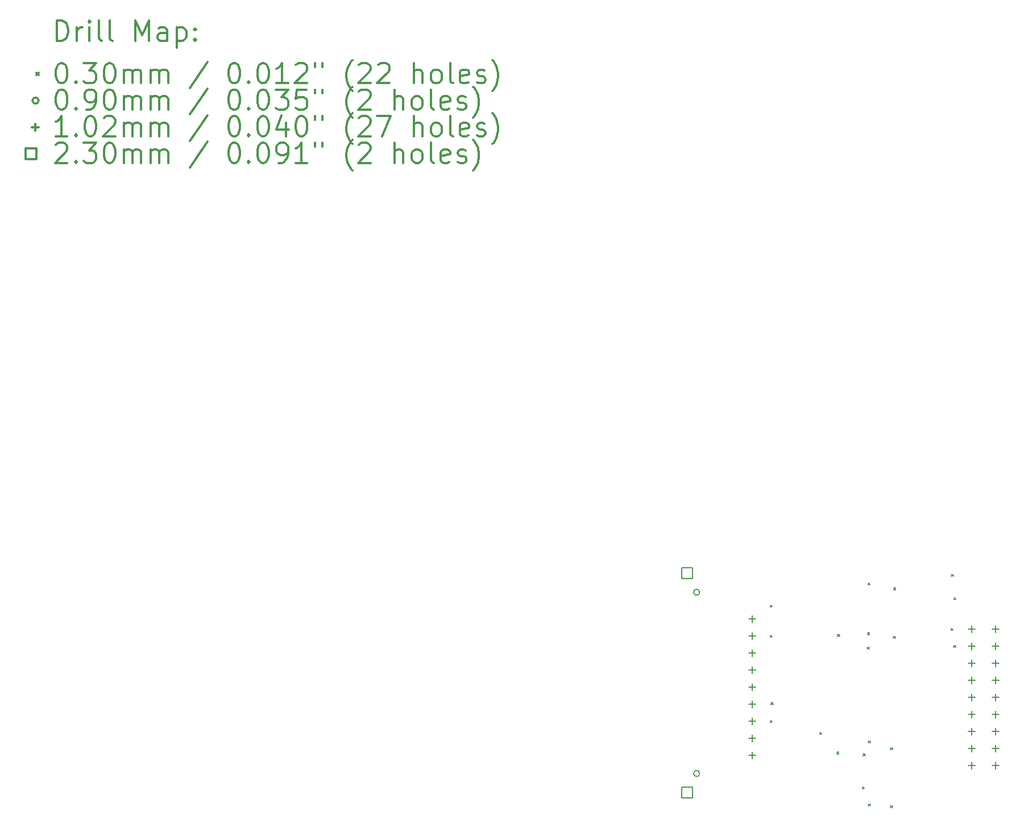
<source format=gbr>
%FSLAX45Y45*%
G04 Gerber Fmt 4.5, Leading zero omitted, Abs format (unit mm)*
G04 Created by KiCad (PCBNEW 4.0.6-e0-6349~53~ubuntu14.04.1) date Fri Oct 20 09:00:03 2017*
%MOMM*%
%LPD*%
G01*
G04 APERTURE LIST*
%ADD10C,0.127000*%
%ADD11C,0.200000*%
%ADD12C,0.300000*%
G04 APERTURE END LIST*
D10*
D11*
X10894300Y-10589500D02*
X10924300Y-10619500D01*
X10924300Y-10589500D02*
X10894300Y-10619500D01*
X10896000Y-8873000D02*
X10926000Y-8903000D01*
X10926000Y-8873000D02*
X10896000Y-8903000D01*
X10896000Y-9319500D02*
X10926000Y-9349500D01*
X10926000Y-9319500D02*
X10896000Y-9349500D01*
X10907000Y-10322800D02*
X10937000Y-10352800D01*
X10937000Y-10322800D02*
X10907000Y-10352800D01*
X11630900Y-10767300D02*
X11660900Y-10797300D01*
X11660900Y-10767300D02*
X11630900Y-10797300D01*
X11884900Y-11059400D02*
X11914900Y-11089400D01*
X11914900Y-11059400D02*
X11884900Y-11089400D01*
X11897600Y-9306800D02*
X11927600Y-9336800D01*
X11927600Y-9306800D02*
X11897600Y-9336800D01*
X12265900Y-11580100D02*
X12295900Y-11610100D01*
X12295900Y-11580100D02*
X12265900Y-11610100D01*
X12278600Y-11084800D02*
X12308600Y-11114800D01*
X12308600Y-11084800D02*
X12278600Y-11114800D01*
X12338000Y-9499000D02*
X12368000Y-9529000D01*
X12368000Y-9499000D02*
X12338000Y-9529000D01*
X12342100Y-9281400D02*
X12372100Y-9311400D01*
X12372100Y-9281400D02*
X12342100Y-9311400D01*
X12351000Y-8540000D02*
X12381000Y-8570000D01*
X12381000Y-8540000D02*
X12351000Y-8570000D01*
X12354800Y-10894300D02*
X12384800Y-10924300D01*
X12384800Y-10894300D02*
X12354800Y-10924300D01*
X12354800Y-11834100D02*
X12384800Y-11864100D01*
X12384800Y-11834100D02*
X12354800Y-11864100D01*
X12685000Y-10995900D02*
X12715000Y-11025900D01*
X12715000Y-10995900D02*
X12685000Y-11025900D01*
X12685000Y-11859500D02*
X12715000Y-11889500D01*
X12715000Y-11859500D02*
X12685000Y-11889500D01*
X12730000Y-9339000D02*
X12760000Y-9369000D01*
X12760000Y-9339000D02*
X12730000Y-9369000D01*
X12731000Y-8616000D02*
X12761000Y-8646000D01*
X12761000Y-8616000D02*
X12731000Y-8646000D01*
X13586700Y-9217900D02*
X13616700Y-9247900D01*
X13616700Y-9217900D02*
X13586700Y-9247900D01*
X13592000Y-8414000D02*
X13622000Y-8444000D01*
X13622000Y-8414000D02*
X13592000Y-8444000D01*
X13625000Y-9472000D02*
X13655000Y-9502000D01*
X13655000Y-9472000D02*
X13625000Y-9502000D01*
X13629000Y-8763000D02*
X13659000Y-8793000D01*
X13659000Y-8763000D02*
X13629000Y-8793000D01*
X9843700Y-8681300D02*
G75*
G03X9843700Y-8681300I-45000J0D01*
G01*
X9843700Y-11381300D02*
G75*
G03X9843700Y-11381300I-45000J0D01*
G01*
X10629900Y-9029700D02*
X10629900Y-9131300D01*
X10579100Y-9080500D02*
X10680700Y-9080500D01*
X10629900Y-9283700D02*
X10629900Y-9385300D01*
X10579100Y-9334500D02*
X10680700Y-9334500D01*
X10629900Y-9537700D02*
X10629900Y-9639300D01*
X10579100Y-9588500D02*
X10680700Y-9588500D01*
X10629900Y-9791700D02*
X10629900Y-9893300D01*
X10579100Y-9842500D02*
X10680700Y-9842500D01*
X10629900Y-10045700D02*
X10629900Y-10147300D01*
X10579100Y-10096500D02*
X10680700Y-10096500D01*
X10629900Y-10299700D02*
X10629900Y-10401300D01*
X10579100Y-10350500D02*
X10680700Y-10350500D01*
X10629900Y-10553700D02*
X10629900Y-10655300D01*
X10579100Y-10604500D02*
X10680700Y-10604500D01*
X10629900Y-10807700D02*
X10629900Y-10909300D01*
X10579100Y-10858500D02*
X10680700Y-10858500D01*
X10629900Y-11061700D02*
X10629900Y-11163300D01*
X10579100Y-11112500D02*
X10680700Y-11112500D01*
X13893800Y-9182100D02*
X13893800Y-9283700D01*
X13843000Y-9232900D02*
X13944600Y-9232900D01*
X13893800Y-9436100D02*
X13893800Y-9537700D01*
X13843000Y-9486900D02*
X13944600Y-9486900D01*
X13893800Y-9690100D02*
X13893800Y-9791700D01*
X13843000Y-9740900D02*
X13944600Y-9740900D01*
X13893800Y-9944100D02*
X13893800Y-10045700D01*
X13843000Y-9994900D02*
X13944600Y-9994900D01*
X13893800Y-10198100D02*
X13893800Y-10299700D01*
X13843000Y-10248900D02*
X13944600Y-10248900D01*
X13893800Y-10452100D02*
X13893800Y-10553700D01*
X13843000Y-10502900D02*
X13944600Y-10502900D01*
X13893800Y-10706100D02*
X13893800Y-10807700D01*
X13843000Y-10756900D02*
X13944600Y-10756900D01*
X13893800Y-10960100D02*
X13893800Y-11061700D01*
X13843000Y-11010900D02*
X13944600Y-11010900D01*
X13893800Y-11214100D02*
X13893800Y-11315700D01*
X13843000Y-11264900D02*
X13944600Y-11264900D01*
X14249400Y-9182100D02*
X14249400Y-9283700D01*
X14198600Y-9232900D02*
X14300200Y-9232900D01*
X14249400Y-9436100D02*
X14249400Y-9537700D01*
X14198600Y-9486900D02*
X14300200Y-9486900D01*
X14249400Y-9690100D02*
X14249400Y-9791700D01*
X14198600Y-9740900D02*
X14300200Y-9740900D01*
X14249400Y-9944100D02*
X14249400Y-10045700D01*
X14198600Y-9994900D02*
X14300200Y-9994900D01*
X14249400Y-10198100D02*
X14249400Y-10299700D01*
X14198600Y-10248900D02*
X14300200Y-10248900D01*
X14249400Y-10452100D02*
X14249400Y-10553700D01*
X14198600Y-10502900D02*
X14300200Y-10502900D01*
X14249400Y-10706100D02*
X14249400Y-10807700D01*
X14198600Y-10756900D02*
X14300200Y-10756900D01*
X14249400Y-10960100D02*
X14249400Y-11061700D01*
X14198600Y-11010900D02*
X14300200Y-11010900D01*
X14249400Y-11214100D02*
X14249400Y-11315700D01*
X14198600Y-11264900D02*
X14300200Y-11264900D01*
X9740018Y-8477618D02*
X9740018Y-8314982D01*
X9577382Y-8314982D01*
X9577382Y-8477618D01*
X9740018Y-8477618D01*
X9740018Y-11747618D02*
X9740018Y-11584982D01*
X9577382Y-11584982D01*
X9577382Y-11747618D01*
X9740018Y-11747618D01*
D12*
X271429Y-465714D02*
X271429Y-165714D01*
X342857Y-165714D01*
X385714Y-180000D01*
X414286Y-208571D01*
X428571Y-237143D01*
X442857Y-294286D01*
X442857Y-337143D01*
X428571Y-394286D01*
X414286Y-422857D01*
X385714Y-451429D01*
X342857Y-465714D01*
X271429Y-465714D01*
X571429Y-465714D02*
X571429Y-265714D01*
X571429Y-322857D02*
X585714Y-294286D01*
X600000Y-280000D01*
X628571Y-265714D01*
X657143Y-265714D01*
X757143Y-465714D02*
X757143Y-265714D01*
X757143Y-165714D02*
X742857Y-180000D01*
X757143Y-194286D01*
X771429Y-180000D01*
X757143Y-165714D01*
X757143Y-194286D01*
X942857Y-465714D02*
X914286Y-451429D01*
X900000Y-422857D01*
X900000Y-165714D01*
X1100000Y-465714D02*
X1071429Y-451429D01*
X1057143Y-422857D01*
X1057143Y-165714D01*
X1442857Y-465714D02*
X1442857Y-165714D01*
X1542857Y-380000D01*
X1642857Y-165714D01*
X1642857Y-465714D01*
X1914286Y-465714D02*
X1914286Y-308571D01*
X1900000Y-280000D01*
X1871429Y-265714D01*
X1814286Y-265714D01*
X1785714Y-280000D01*
X1914286Y-451429D02*
X1885714Y-465714D01*
X1814286Y-465714D01*
X1785714Y-451429D01*
X1771429Y-422857D01*
X1771429Y-394286D01*
X1785714Y-365714D01*
X1814286Y-351429D01*
X1885714Y-351429D01*
X1914286Y-337143D01*
X2057143Y-265714D02*
X2057143Y-565714D01*
X2057143Y-280000D02*
X2085714Y-265714D01*
X2142857Y-265714D01*
X2171429Y-280000D01*
X2185714Y-294286D01*
X2200000Y-322857D01*
X2200000Y-408571D01*
X2185714Y-437143D01*
X2171429Y-451429D01*
X2142857Y-465714D01*
X2085714Y-465714D01*
X2057143Y-451429D01*
X2328572Y-437143D02*
X2342857Y-451429D01*
X2328572Y-465714D01*
X2314286Y-451429D01*
X2328572Y-437143D01*
X2328572Y-465714D01*
X2328572Y-280000D02*
X2342857Y-294286D01*
X2328572Y-308571D01*
X2314286Y-294286D01*
X2328572Y-280000D01*
X2328572Y-308571D01*
X-30000Y-945000D02*
X0Y-975000D01*
X0Y-945000D02*
X-30000Y-975000D01*
X328571Y-795714D02*
X357143Y-795714D01*
X385714Y-810000D01*
X400000Y-824286D01*
X414286Y-852857D01*
X428571Y-910000D01*
X428571Y-981429D01*
X414286Y-1038571D01*
X400000Y-1067143D01*
X385714Y-1081429D01*
X357143Y-1095714D01*
X328571Y-1095714D01*
X300000Y-1081429D01*
X285714Y-1067143D01*
X271429Y-1038571D01*
X257143Y-981429D01*
X257143Y-910000D01*
X271429Y-852857D01*
X285714Y-824286D01*
X300000Y-810000D01*
X328571Y-795714D01*
X557143Y-1067143D02*
X571429Y-1081429D01*
X557143Y-1095714D01*
X542857Y-1081429D01*
X557143Y-1067143D01*
X557143Y-1095714D01*
X671429Y-795714D02*
X857143Y-795714D01*
X757143Y-910000D01*
X800000Y-910000D01*
X828571Y-924286D01*
X842857Y-938571D01*
X857143Y-967143D01*
X857143Y-1038571D01*
X842857Y-1067143D01*
X828571Y-1081429D01*
X800000Y-1095714D01*
X714286Y-1095714D01*
X685714Y-1081429D01*
X671429Y-1067143D01*
X1042857Y-795714D02*
X1071429Y-795714D01*
X1100000Y-810000D01*
X1114286Y-824286D01*
X1128571Y-852857D01*
X1142857Y-910000D01*
X1142857Y-981429D01*
X1128571Y-1038571D01*
X1114286Y-1067143D01*
X1100000Y-1081429D01*
X1071429Y-1095714D01*
X1042857Y-1095714D01*
X1014286Y-1081429D01*
X1000000Y-1067143D01*
X985714Y-1038571D01*
X971429Y-981429D01*
X971429Y-910000D01*
X985714Y-852857D01*
X1000000Y-824286D01*
X1014286Y-810000D01*
X1042857Y-795714D01*
X1271429Y-1095714D02*
X1271429Y-895714D01*
X1271429Y-924286D02*
X1285714Y-910000D01*
X1314286Y-895714D01*
X1357143Y-895714D01*
X1385714Y-910000D01*
X1400000Y-938571D01*
X1400000Y-1095714D01*
X1400000Y-938571D02*
X1414286Y-910000D01*
X1442857Y-895714D01*
X1485714Y-895714D01*
X1514286Y-910000D01*
X1528571Y-938571D01*
X1528571Y-1095714D01*
X1671429Y-1095714D02*
X1671429Y-895714D01*
X1671429Y-924286D02*
X1685714Y-910000D01*
X1714286Y-895714D01*
X1757143Y-895714D01*
X1785714Y-910000D01*
X1800000Y-938571D01*
X1800000Y-1095714D01*
X1800000Y-938571D02*
X1814286Y-910000D01*
X1842857Y-895714D01*
X1885714Y-895714D01*
X1914286Y-910000D01*
X1928571Y-938571D01*
X1928571Y-1095714D01*
X2514286Y-781429D02*
X2257143Y-1167143D01*
X2900000Y-795714D02*
X2928571Y-795714D01*
X2957143Y-810000D01*
X2971428Y-824286D01*
X2985714Y-852857D01*
X3000000Y-910000D01*
X3000000Y-981429D01*
X2985714Y-1038571D01*
X2971428Y-1067143D01*
X2957143Y-1081429D01*
X2928571Y-1095714D01*
X2900000Y-1095714D01*
X2871428Y-1081429D01*
X2857143Y-1067143D01*
X2842857Y-1038571D01*
X2828571Y-981429D01*
X2828571Y-910000D01*
X2842857Y-852857D01*
X2857143Y-824286D01*
X2871428Y-810000D01*
X2900000Y-795714D01*
X3128571Y-1067143D02*
X3142857Y-1081429D01*
X3128571Y-1095714D01*
X3114286Y-1081429D01*
X3128571Y-1067143D01*
X3128571Y-1095714D01*
X3328571Y-795714D02*
X3357143Y-795714D01*
X3385714Y-810000D01*
X3400000Y-824286D01*
X3414286Y-852857D01*
X3428571Y-910000D01*
X3428571Y-981429D01*
X3414286Y-1038571D01*
X3400000Y-1067143D01*
X3385714Y-1081429D01*
X3357143Y-1095714D01*
X3328571Y-1095714D01*
X3300000Y-1081429D01*
X3285714Y-1067143D01*
X3271428Y-1038571D01*
X3257143Y-981429D01*
X3257143Y-910000D01*
X3271428Y-852857D01*
X3285714Y-824286D01*
X3300000Y-810000D01*
X3328571Y-795714D01*
X3714286Y-1095714D02*
X3542857Y-1095714D01*
X3628571Y-1095714D02*
X3628571Y-795714D01*
X3600000Y-838571D01*
X3571428Y-867143D01*
X3542857Y-881429D01*
X3828571Y-824286D02*
X3842857Y-810000D01*
X3871428Y-795714D01*
X3942857Y-795714D01*
X3971428Y-810000D01*
X3985714Y-824286D01*
X4000000Y-852857D01*
X4000000Y-881429D01*
X3985714Y-924286D01*
X3814286Y-1095714D01*
X4000000Y-1095714D01*
X4114286Y-795714D02*
X4114286Y-852857D01*
X4228571Y-795714D02*
X4228571Y-852857D01*
X4671429Y-1210000D02*
X4657143Y-1195714D01*
X4628571Y-1152857D01*
X4614286Y-1124286D01*
X4600000Y-1081429D01*
X4585714Y-1010000D01*
X4585714Y-952857D01*
X4600000Y-881429D01*
X4614286Y-838571D01*
X4628571Y-810000D01*
X4657143Y-767143D01*
X4671429Y-752857D01*
X4771429Y-824286D02*
X4785714Y-810000D01*
X4814286Y-795714D01*
X4885714Y-795714D01*
X4914286Y-810000D01*
X4928571Y-824286D01*
X4942857Y-852857D01*
X4942857Y-881429D01*
X4928571Y-924286D01*
X4757143Y-1095714D01*
X4942857Y-1095714D01*
X5057143Y-824286D02*
X5071429Y-810000D01*
X5100000Y-795714D01*
X5171429Y-795714D01*
X5200000Y-810000D01*
X5214286Y-824286D01*
X5228571Y-852857D01*
X5228571Y-881429D01*
X5214286Y-924286D01*
X5042857Y-1095714D01*
X5228571Y-1095714D01*
X5585714Y-1095714D02*
X5585714Y-795714D01*
X5714286Y-1095714D02*
X5714286Y-938571D01*
X5700000Y-910000D01*
X5671428Y-895714D01*
X5628571Y-895714D01*
X5600000Y-910000D01*
X5585714Y-924286D01*
X5900000Y-1095714D02*
X5871428Y-1081429D01*
X5857143Y-1067143D01*
X5842857Y-1038571D01*
X5842857Y-952857D01*
X5857143Y-924286D01*
X5871428Y-910000D01*
X5900000Y-895714D01*
X5942857Y-895714D01*
X5971428Y-910000D01*
X5985714Y-924286D01*
X6000000Y-952857D01*
X6000000Y-1038571D01*
X5985714Y-1067143D01*
X5971428Y-1081429D01*
X5942857Y-1095714D01*
X5900000Y-1095714D01*
X6171428Y-1095714D02*
X6142857Y-1081429D01*
X6128571Y-1052857D01*
X6128571Y-795714D01*
X6400000Y-1081429D02*
X6371429Y-1095714D01*
X6314286Y-1095714D01*
X6285714Y-1081429D01*
X6271429Y-1052857D01*
X6271429Y-938571D01*
X6285714Y-910000D01*
X6314286Y-895714D01*
X6371429Y-895714D01*
X6400000Y-910000D01*
X6414286Y-938571D01*
X6414286Y-967143D01*
X6271429Y-995714D01*
X6528571Y-1081429D02*
X6557143Y-1095714D01*
X6614286Y-1095714D01*
X6642857Y-1081429D01*
X6657143Y-1052857D01*
X6657143Y-1038571D01*
X6642857Y-1010000D01*
X6614286Y-995714D01*
X6571429Y-995714D01*
X6542857Y-981429D01*
X6528571Y-952857D01*
X6528571Y-938571D01*
X6542857Y-910000D01*
X6571429Y-895714D01*
X6614286Y-895714D01*
X6642857Y-910000D01*
X6757143Y-1210000D02*
X6771429Y-1195714D01*
X6800000Y-1152857D01*
X6814286Y-1124286D01*
X6828571Y-1081429D01*
X6842857Y-1010000D01*
X6842857Y-952857D01*
X6828571Y-881429D01*
X6814286Y-838571D01*
X6800000Y-810000D01*
X6771429Y-767143D01*
X6757143Y-752857D01*
X0Y-1356000D02*
G75*
G03X0Y-1356000I-45000J0D01*
G01*
X328571Y-1191714D02*
X357143Y-1191714D01*
X385714Y-1206000D01*
X400000Y-1220286D01*
X414286Y-1248857D01*
X428571Y-1306000D01*
X428571Y-1377429D01*
X414286Y-1434571D01*
X400000Y-1463143D01*
X385714Y-1477429D01*
X357143Y-1491714D01*
X328571Y-1491714D01*
X300000Y-1477429D01*
X285714Y-1463143D01*
X271429Y-1434571D01*
X257143Y-1377429D01*
X257143Y-1306000D01*
X271429Y-1248857D01*
X285714Y-1220286D01*
X300000Y-1206000D01*
X328571Y-1191714D01*
X557143Y-1463143D02*
X571429Y-1477429D01*
X557143Y-1491714D01*
X542857Y-1477429D01*
X557143Y-1463143D01*
X557143Y-1491714D01*
X714286Y-1491714D02*
X771428Y-1491714D01*
X800000Y-1477429D01*
X814286Y-1463143D01*
X842857Y-1420286D01*
X857143Y-1363143D01*
X857143Y-1248857D01*
X842857Y-1220286D01*
X828571Y-1206000D01*
X800000Y-1191714D01*
X742857Y-1191714D01*
X714286Y-1206000D01*
X700000Y-1220286D01*
X685714Y-1248857D01*
X685714Y-1320286D01*
X700000Y-1348857D01*
X714286Y-1363143D01*
X742857Y-1377429D01*
X800000Y-1377429D01*
X828571Y-1363143D01*
X842857Y-1348857D01*
X857143Y-1320286D01*
X1042857Y-1191714D02*
X1071429Y-1191714D01*
X1100000Y-1206000D01*
X1114286Y-1220286D01*
X1128571Y-1248857D01*
X1142857Y-1306000D01*
X1142857Y-1377429D01*
X1128571Y-1434571D01*
X1114286Y-1463143D01*
X1100000Y-1477429D01*
X1071429Y-1491714D01*
X1042857Y-1491714D01*
X1014286Y-1477429D01*
X1000000Y-1463143D01*
X985714Y-1434571D01*
X971429Y-1377429D01*
X971429Y-1306000D01*
X985714Y-1248857D01*
X1000000Y-1220286D01*
X1014286Y-1206000D01*
X1042857Y-1191714D01*
X1271429Y-1491714D02*
X1271429Y-1291714D01*
X1271429Y-1320286D02*
X1285714Y-1306000D01*
X1314286Y-1291714D01*
X1357143Y-1291714D01*
X1385714Y-1306000D01*
X1400000Y-1334571D01*
X1400000Y-1491714D01*
X1400000Y-1334571D02*
X1414286Y-1306000D01*
X1442857Y-1291714D01*
X1485714Y-1291714D01*
X1514286Y-1306000D01*
X1528571Y-1334571D01*
X1528571Y-1491714D01*
X1671429Y-1491714D02*
X1671429Y-1291714D01*
X1671429Y-1320286D02*
X1685714Y-1306000D01*
X1714286Y-1291714D01*
X1757143Y-1291714D01*
X1785714Y-1306000D01*
X1800000Y-1334571D01*
X1800000Y-1491714D01*
X1800000Y-1334571D02*
X1814286Y-1306000D01*
X1842857Y-1291714D01*
X1885714Y-1291714D01*
X1914286Y-1306000D01*
X1928571Y-1334571D01*
X1928571Y-1491714D01*
X2514286Y-1177429D02*
X2257143Y-1563143D01*
X2900000Y-1191714D02*
X2928571Y-1191714D01*
X2957143Y-1206000D01*
X2971428Y-1220286D01*
X2985714Y-1248857D01*
X3000000Y-1306000D01*
X3000000Y-1377429D01*
X2985714Y-1434571D01*
X2971428Y-1463143D01*
X2957143Y-1477429D01*
X2928571Y-1491714D01*
X2900000Y-1491714D01*
X2871428Y-1477429D01*
X2857143Y-1463143D01*
X2842857Y-1434571D01*
X2828571Y-1377429D01*
X2828571Y-1306000D01*
X2842857Y-1248857D01*
X2857143Y-1220286D01*
X2871428Y-1206000D01*
X2900000Y-1191714D01*
X3128571Y-1463143D02*
X3142857Y-1477429D01*
X3128571Y-1491714D01*
X3114286Y-1477429D01*
X3128571Y-1463143D01*
X3128571Y-1491714D01*
X3328571Y-1191714D02*
X3357143Y-1191714D01*
X3385714Y-1206000D01*
X3400000Y-1220286D01*
X3414286Y-1248857D01*
X3428571Y-1306000D01*
X3428571Y-1377429D01*
X3414286Y-1434571D01*
X3400000Y-1463143D01*
X3385714Y-1477429D01*
X3357143Y-1491714D01*
X3328571Y-1491714D01*
X3300000Y-1477429D01*
X3285714Y-1463143D01*
X3271428Y-1434571D01*
X3257143Y-1377429D01*
X3257143Y-1306000D01*
X3271428Y-1248857D01*
X3285714Y-1220286D01*
X3300000Y-1206000D01*
X3328571Y-1191714D01*
X3528571Y-1191714D02*
X3714286Y-1191714D01*
X3614286Y-1306000D01*
X3657143Y-1306000D01*
X3685714Y-1320286D01*
X3700000Y-1334571D01*
X3714286Y-1363143D01*
X3714286Y-1434571D01*
X3700000Y-1463143D01*
X3685714Y-1477429D01*
X3657143Y-1491714D01*
X3571428Y-1491714D01*
X3542857Y-1477429D01*
X3528571Y-1463143D01*
X3985714Y-1191714D02*
X3842857Y-1191714D01*
X3828571Y-1334571D01*
X3842857Y-1320286D01*
X3871428Y-1306000D01*
X3942857Y-1306000D01*
X3971428Y-1320286D01*
X3985714Y-1334571D01*
X4000000Y-1363143D01*
X4000000Y-1434571D01*
X3985714Y-1463143D01*
X3971428Y-1477429D01*
X3942857Y-1491714D01*
X3871428Y-1491714D01*
X3842857Y-1477429D01*
X3828571Y-1463143D01*
X4114286Y-1191714D02*
X4114286Y-1248857D01*
X4228571Y-1191714D02*
X4228571Y-1248857D01*
X4671429Y-1606000D02*
X4657143Y-1591714D01*
X4628571Y-1548857D01*
X4614286Y-1520286D01*
X4600000Y-1477429D01*
X4585714Y-1406000D01*
X4585714Y-1348857D01*
X4600000Y-1277429D01*
X4614286Y-1234571D01*
X4628571Y-1206000D01*
X4657143Y-1163143D01*
X4671429Y-1148857D01*
X4771429Y-1220286D02*
X4785714Y-1206000D01*
X4814286Y-1191714D01*
X4885714Y-1191714D01*
X4914286Y-1206000D01*
X4928571Y-1220286D01*
X4942857Y-1248857D01*
X4942857Y-1277429D01*
X4928571Y-1320286D01*
X4757143Y-1491714D01*
X4942857Y-1491714D01*
X5300000Y-1491714D02*
X5300000Y-1191714D01*
X5428571Y-1491714D02*
X5428571Y-1334571D01*
X5414286Y-1306000D01*
X5385714Y-1291714D01*
X5342857Y-1291714D01*
X5314286Y-1306000D01*
X5300000Y-1320286D01*
X5614286Y-1491714D02*
X5585714Y-1477429D01*
X5571429Y-1463143D01*
X5557143Y-1434571D01*
X5557143Y-1348857D01*
X5571429Y-1320286D01*
X5585714Y-1306000D01*
X5614286Y-1291714D01*
X5657143Y-1291714D01*
X5685714Y-1306000D01*
X5700000Y-1320286D01*
X5714286Y-1348857D01*
X5714286Y-1434571D01*
X5700000Y-1463143D01*
X5685714Y-1477429D01*
X5657143Y-1491714D01*
X5614286Y-1491714D01*
X5885714Y-1491714D02*
X5857143Y-1477429D01*
X5842857Y-1448857D01*
X5842857Y-1191714D01*
X6114286Y-1477429D02*
X6085714Y-1491714D01*
X6028571Y-1491714D01*
X6000000Y-1477429D01*
X5985714Y-1448857D01*
X5985714Y-1334571D01*
X6000000Y-1306000D01*
X6028571Y-1291714D01*
X6085714Y-1291714D01*
X6114286Y-1306000D01*
X6128571Y-1334571D01*
X6128571Y-1363143D01*
X5985714Y-1391714D01*
X6242857Y-1477429D02*
X6271429Y-1491714D01*
X6328571Y-1491714D01*
X6357143Y-1477429D01*
X6371429Y-1448857D01*
X6371429Y-1434571D01*
X6357143Y-1406000D01*
X6328571Y-1391714D01*
X6285714Y-1391714D01*
X6257143Y-1377429D01*
X6242857Y-1348857D01*
X6242857Y-1334571D01*
X6257143Y-1306000D01*
X6285714Y-1291714D01*
X6328571Y-1291714D01*
X6357143Y-1306000D01*
X6471428Y-1606000D02*
X6485714Y-1591714D01*
X6514286Y-1548857D01*
X6528571Y-1520286D01*
X6542857Y-1477429D01*
X6557143Y-1406000D01*
X6557143Y-1348857D01*
X6542857Y-1277429D01*
X6528571Y-1234571D01*
X6514286Y-1206000D01*
X6485714Y-1163143D01*
X6471428Y-1148857D01*
X-50800Y-1701200D02*
X-50800Y-1802800D01*
X-101600Y-1752000D02*
X0Y-1752000D01*
X428571Y-1887714D02*
X257143Y-1887714D01*
X342857Y-1887714D02*
X342857Y-1587714D01*
X314286Y-1630571D01*
X285714Y-1659143D01*
X257143Y-1673429D01*
X557143Y-1859143D02*
X571429Y-1873429D01*
X557143Y-1887714D01*
X542857Y-1873429D01*
X557143Y-1859143D01*
X557143Y-1887714D01*
X757143Y-1587714D02*
X785714Y-1587714D01*
X814286Y-1602000D01*
X828571Y-1616286D01*
X842857Y-1644857D01*
X857143Y-1702000D01*
X857143Y-1773429D01*
X842857Y-1830571D01*
X828571Y-1859143D01*
X814286Y-1873429D01*
X785714Y-1887714D01*
X757143Y-1887714D01*
X728571Y-1873429D01*
X714286Y-1859143D01*
X700000Y-1830571D01*
X685714Y-1773429D01*
X685714Y-1702000D01*
X700000Y-1644857D01*
X714286Y-1616286D01*
X728571Y-1602000D01*
X757143Y-1587714D01*
X971429Y-1616286D02*
X985714Y-1602000D01*
X1014286Y-1587714D01*
X1085714Y-1587714D01*
X1114286Y-1602000D01*
X1128571Y-1616286D01*
X1142857Y-1644857D01*
X1142857Y-1673429D01*
X1128571Y-1716286D01*
X957143Y-1887714D01*
X1142857Y-1887714D01*
X1271429Y-1887714D02*
X1271429Y-1687714D01*
X1271429Y-1716286D02*
X1285714Y-1702000D01*
X1314286Y-1687714D01*
X1357143Y-1687714D01*
X1385714Y-1702000D01*
X1400000Y-1730571D01*
X1400000Y-1887714D01*
X1400000Y-1730571D02*
X1414286Y-1702000D01*
X1442857Y-1687714D01*
X1485714Y-1687714D01*
X1514286Y-1702000D01*
X1528571Y-1730571D01*
X1528571Y-1887714D01*
X1671429Y-1887714D02*
X1671429Y-1687714D01*
X1671429Y-1716286D02*
X1685714Y-1702000D01*
X1714286Y-1687714D01*
X1757143Y-1687714D01*
X1785714Y-1702000D01*
X1800000Y-1730571D01*
X1800000Y-1887714D01*
X1800000Y-1730571D02*
X1814286Y-1702000D01*
X1842857Y-1687714D01*
X1885714Y-1687714D01*
X1914286Y-1702000D01*
X1928571Y-1730571D01*
X1928571Y-1887714D01*
X2514286Y-1573429D02*
X2257143Y-1959143D01*
X2900000Y-1587714D02*
X2928571Y-1587714D01*
X2957143Y-1602000D01*
X2971428Y-1616286D01*
X2985714Y-1644857D01*
X3000000Y-1702000D01*
X3000000Y-1773429D01*
X2985714Y-1830571D01*
X2971428Y-1859143D01*
X2957143Y-1873429D01*
X2928571Y-1887714D01*
X2900000Y-1887714D01*
X2871428Y-1873429D01*
X2857143Y-1859143D01*
X2842857Y-1830571D01*
X2828571Y-1773429D01*
X2828571Y-1702000D01*
X2842857Y-1644857D01*
X2857143Y-1616286D01*
X2871428Y-1602000D01*
X2900000Y-1587714D01*
X3128571Y-1859143D02*
X3142857Y-1873429D01*
X3128571Y-1887714D01*
X3114286Y-1873429D01*
X3128571Y-1859143D01*
X3128571Y-1887714D01*
X3328571Y-1587714D02*
X3357143Y-1587714D01*
X3385714Y-1602000D01*
X3400000Y-1616286D01*
X3414286Y-1644857D01*
X3428571Y-1702000D01*
X3428571Y-1773429D01*
X3414286Y-1830571D01*
X3400000Y-1859143D01*
X3385714Y-1873429D01*
X3357143Y-1887714D01*
X3328571Y-1887714D01*
X3300000Y-1873429D01*
X3285714Y-1859143D01*
X3271428Y-1830571D01*
X3257143Y-1773429D01*
X3257143Y-1702000D01*
X3271428Y-1644857D01*
X3285714Y-1616286D01*
X3300000Y-1602000D01*
X3328571Y-1587714D01*
X3685714Y-1687714D02*
X3685714Y-1887714D01*
X3614286Y-1573429D02*
X3542857Y-1787714D01*
X3728571Y-1787714D01*
X3900000Y-1587714D02*
X3928571Y-1587714D01*
X3957143Y-1602000D01*
X3971428Y-1616286D01*
X3985714Y-1644857D01*
X4000000Y-1702000D01*
X4000000Y-1773429D01*
X3985714Y-1830571D01*
X3971428Y-1859143D01*
X3957143Y-1873429D01*
X3928571Y-1887714D01*
X3900000Y-1887714D01*
X3871428Y-1873429D01*
X3857143Y-1859143D01*
X3842857Y-1830571D01*
X3828571Y-1773429D01*
X3828571Y-1702000D01*
X3842857Y-1644857D01*
X3857143Y-1616286D01*
X3871428Y-1602000D01*
X3900000Y-1587714D01*
X4114286Y-1587714D02*
X4114286Y-1644857D01*
X4228571Y-1587714D02*
X4228571Y-1644857D01*
X4671429Y-2002000D02*
X4657143Y-1987714D01*
X4628571Y-1944857D01*
X4614286Y-1916286D01*
X4600000Y-1873429D01*
X4585714Y-1802000D01*
X4585714Y-1744857D01*
X4600000Y-1673429D01*
X4614286Y-1630571D01*
X4628571Y-1602000D01*
X4657143Y-1559143D01*
X4671429Y-1544857D01*
X4771429Y-1616286D02*
X4785714Y-1602000D01*
X4814286Y-1587714D01*
X4885714Y-1587714D01*
X4914286Y-1602000D01*
X4928571Y-1616286D01*
X4942857Y-1644857D01*
X4942857Y-1673429D01*
X4928571Y-1716286D01*
X4757143Y-1887714D01*
X4942857Y-1887714D01*
X5042857Y-1587714D02*
X5242857Y-1587714D01*
X5114286Y-1887714D01*
X5585714Y-1887714D02*
X5585714Y-1587714D01*
X5714286Y-1887714D02*
X5714286Y-1730571D01*
X5700000Y-1702000D01*
X5671428Y-1687714D01*
X5628571Y-1687714D01*
X5600000Y-1702000D01*
X5585714Y-1716286D01*
X5900000Y-1887714D02*
X5871428Y-1873429D01*
X5857143Y-1859143D01*
X5842857Y-1830571D01*
X5842857Y-1744857D01*
X5857143Y-1716286D01*
X5871428Y-1702000D01*
X5900000Y-1687714D01*
X5942857Y-1687714D01*
X5971428Y-1702000D01*
X5985714Y-1716286D01*
X6000000Y-1744857D01*
X6000000Y-1830571D01*
X5985714Y-1859143D01*
X5971428Y-1873429D01*
X5942857Y-1887714D01*
X5900000Y-1887714D01*
X6171428Y-1887714D02*
X6142857Y-1873429D01*
X6128571Y-1844857D01*
X6128571Y-1587714D01*
X6400000Y-1873429D02*
X6371429Y-1887714D01*
X6314286Y-1887714D01*
X6285714Y-1873429D01*
X6271429Y-1844857D01*
X6271429Y-1730571D01*
X6285714Y-1702000D01*
X6314286Y-1687714D01*
X6371429Y-1687714D01*
X6400000Y-1702000D01*
X6414286Y-1730571D01*
X6414286Y-1759143D01*
X6271429Y-1787714D01*
X6528571Y-1873429D02*
X6557143Y-1887714D01*
X6614286Y-1887714D01*
X6642857Y-1873429D01*
X6657143Y-1844857D01*
X6657143Y-1830571D01*
X6642857Y-1802000D01*
X6614286Y-1787714D01*
X6571429Y-1787714D01*
X6542857Y-1773429D01*
X6528571Y-1744857D01*
X6528571Y-1730571D01*
X6542857Y-1702000D01*
X6571429Y-1687714D01*
X6614286Y-1687714D01*
X6642857Y-1702000D01*
X6757143Y-2002000D02*
X6771429Y-1987714D01*
X6800000Y-1944857D01*
X6814286Y-1916286D01*
X6828571Y-1873429D01*
X6842857Y-1802000D01*
X6842857Y-1744857D01*
X6828571Y-1673429D01*
X6814286Y-1630571D01*
X6800000Y-1602000D01*
X6771429Y-1559143D01*
X6757143Y-1544857D01*
X-33682Y-2229318D02*
X-33682Y-2066682D01*
X-196318Y-2066682D01*
X-196318Y-2229318D01*
X-33682Y-2229318D01*
X257143Y-2012286D02*
X271429Y-1998000D01*
X300000Y-1983714D01*
X371429Y-1983714D01*
X400000Y-1998000D01*
X414286Y-2012286D01*
X428571Y-2040857D01*
X428571Y-2069429D01*
X414286Y-2112286D01*
X242857Y-2283714D01*
X428571Y-2283714D01*
X557143Y-2255143D02*
X571429Y-2269429D01*
X557143Y-2283714D01*
X542857Y-2269429D01*
X557143Y-2255143D01*
X557143Y-2283714D01*
X671429Y-1983714D02*
X857143Y-1983714D01*
X757143Y-2098000D01*
X800000Y-2098000D01*
X828571Y-2112286D01*
X842857Y-2126571D01*
X857143Y-2155143D01*
X857143Y-2226571D01*
X842857Y-2255143D01*
X828571Y-2269429D01*
X800000Y-2283714D01*
X714286Y-2283714D01*
X685714Y-2269429D01*
X671429Y-2255143D01*
X1042857Y-1983714D02*
X1071429Y-1983714D01*
X1100000Y-1998000D01*
X1114286Y-2012286D01*
X1128571Y-2040857D01*
X1142857Y-2098000D01*
X1142857Y-2169429D01*
X1128571Y-2226571D01*
X1114286Y-2255143D01*
X1100000Y-2269429D01*
X1071429Y-2283714D01*
X1042857Y-2283714D01*
X1014286Y-2269429D01*
X1000000Y-2255143D01*
X985714Y-2226571D01*
X971429Y-2169429D01*
X971429Y-2098000D01*
X985714Y-2040857D01*
X1000000Y-2012286D01*
X1014286Y-1998000D01*
X1042857Y-1983714D01*
X1271429Y-2283714D02*
X1271429Y-2083714D01*
X1271429Y-2112286D02*
X1285714Y-2098000D01*
X1314286Y-2083714D01*
X1357143Y-2083714D01*
X1385714Y-2098000D01*
X1400000Y-2126571D01*
X1400000Y-2283714D01*
X1400000Y-2126571D02*
X1414286Y-2098000D01*
X1442857Y-2083714D01*
X1485714Y-2083714D01*
X1514286Y-2098000D01*
X1528571Y-2126571D01*
X1528571Y-2283714D01*
X1671429Y-2283714D02*
X1671429Y-2083714D01*
X1671429Y-2112286D02*
X1685714Y-2098000D01*
X1714286Y-2083714D01*
X1757143Y-2083714D01*
X1785714Y-2098000D01*
X1800000Y-2126571D01*
X1800000Y-2283714D01*
X1800000Y-2126571D02*
X1814286Y-2098000D01*
X1842857Y-2083714D01*
X1885714Y-2083714D01*
X1914286Y-2098000D01*
X1928571Y-2126571D01*
X1928571Y-2283714D01*
X2514286Y-1969429D02*
X2257143Y-2355143D01*
X2900000Y-1983714D02*
X2928571Y-1983714D01*
X2957143Y-1998000D01*
X2971428Y-2012286D01*
X2985714Y-2040857D01*
X3000000Y-2098000D01*
X3000000Y-2169429D01*
X2985714Y-2226571D01*
X2971428Y-2255143D01*
X2957143Y-2269429D01*
X2928571Y-2283714D01*
X2900000Y-2283714D01*
X2871428Y-2269429D01*
X2857143Y-2255143D01*
X2842857Y-2226571D01*
X2828571Y-2169429D01*
X2828571Y-2098000D01*
X2842857Y-2040857D01*
X2857143Y-2012286D01*
X2871428Y-1998000D01*
X2900000Y-1983714D01*
X3128571Y-2255143D02*
X3142857Y-2269429D01*
X3128571Y-2283714D01*
X3114286Y-2269429D01*
X3128571Y-2255143D01*
X3128571Y-2283714D01*
X3328571Y-1983714D02*
X3357143Y-1983714D01*
X3385714Y-1998000D01*
X3400000Y-2012286D01*
X3414286Y-2040857D01*
X3428571Y-2098000D01*
X3428571Y-2169429D01*
X3414286Y-2226571D01*
X3400000Y-2255143D01*
X3385714Y-2269429D01*
X3357143Y-2283714D01*
X3328571Y-2283714D01*
X3300000Y-2269429D01*
X3285714Y-2255143D01*
X3271428Y-2226571D01*
X3257143Y-2169429D01*
X3257143Y-2098000D01*
X3271428Y-2040857D01*
X3285714Y-2012286D01*
X3300000Y-1998000D01*
X3328571Y-1983714D01*
X3571428Y-2283714D02*
X3628571Y-2283714D01*
X3657143Y-2269429D01*
X3671428Y-2255143D01*
X3700000Y-2212286D01*
X3714286Y-2155143D01*
X3714286Y-2040857D01*
X3700000Y-2012286D01*
X3685714Y-1998000D01*
X3657143Y-1983714D01*
X3600000Y-1983714D01*
X3571428Y-1998000D01*
X3557143Y-2012286D01*
X3542857Y-2040857D01*
X3542857Y-2112286D01*
X3557143Y-2140857D01*
X3571428Y-2155143D01*
X3600000Y-2169429D01*
X3657143Y-2169429D01*
X3685714Y-2155143D01*
X3700000Y-2140857D01*
X3714286Y-2112286D01*
X4000000Y-2283714D02*
X3828571Y-2283714D01*
X3914286Y-2283714D02*
X3914286Y-1983714D01*
X3885714Y-2026571D01*
X3857143Y-2055143D01*
X3828571Y-2069429D01*
X4114286Y-1983714D02*
X4114286Y-2040857D01*
X4228571Y-1983714D02*
X4228571Y-2040857D01*
X4671429Y-2398000D02*
X4657143Y-2383714D01*
X4628571Y-2340857D01*
X4614286Y-2312286D01*
X4600000Y-2269429D01*
X4585714Y-2198000D01*
X4585714Y-2140857D01*
X4600000Y-2069429D01*
X4614286Y-2026571D01*
X4628571Y-1998000D01*
X4657143Y-1955143D01*
X4671429Y-1940857D01*
X4771429Y-2012286D02*
X4785714Y-1998000D01*
X4814286Y-1983714D01*
X4885714Y-1983714D01*
X4914286Y-1998000D01*
X4928571Y-2012286D01*
X4942857Y-2040857D01*
X4942857Y-2069429D01*
X4928571Y-2112286D01*
X4757143Y-2283714D01*
X4942857Y-2283714D01*
X5300000Y-2283714D02*
X5300000Y-1983714D01*
X5428571Y-2283714D02*
X5428571Y-2126571D01*
X5414286Y-2098000D01*
X5385714Y-2083714D01*
X5342857Y-2083714D01*
X5314286Y-2098000D01*
X5300000Y-2112286D01*
X5614286Y-2283714D02*
X5585714Y-2269429D01*
X5571429Y-2255143D01*
X5557143Y-2226571D01*
X5557143Y-2140857D01*
X5571429Y-2112286D01*
X5585714Y-2098000D01*
X5614286Y-2083714D01*
X5657143Y-2083714D01*
X5685714Y-2098000D01*
X5700000Y-2112286D01*
X5714286Y-2140857D01*
X5714286Y-2226571D01*
X5700000Y-2255143D01*
X5685714Y-2269429D01*
X5657143Y-2283714D01*
X5614286Y-2283714D01*
X5885714Y-2283714D02*
X5857143Y-2269429D01*
X5842857Y-2240857D01*
X5842857Y-1983714D01*
X6114286Y-2269429D02*
X6085714Y-2283714D01*
X6028571Y-2283714D01*
X6000000Y-2269429D01*
X5985714Y-2240857D01*
X5985714Y-2126571D01*
X6000000Y-2098000D01*
X6028571Y-2083714D01*
X6085714Y-2083714D01*
X6114286Y-2098000D01*
X6128571Y-2126571D01*
X6128571Y-2155143D01*
X5985714Y-2183714D01*
X6242857Y-2269429D02*
X6271429Y-2283714D01*
X6328571Y-2283714D01*
X6357143Y-2269429D01*
X6371429Y-2240857D01*
X6371429Y-2226571D01*
X6357143Y-2198000D01*
X6328571Y-2183714D01*
X6285714Y-2183714D01*
X6257143Y-2169429D01*
X6242857Y-2140857D01*
X6242857Y-2126571D01*
X6257143Y-2098000D01*
X6285714Y-2083714D01*
X6328571Y-2083714D01*
X6357143Y-2098000D01*
X6471428Y-2398000D02*
X6485714Y-2383714D01*
X6514286Y-2340857D01*
X6528571Y-2312286D01*
X6542857Y-2269429D01*
X6557143Y-2198000D01*
X6557143Y-2140857D01*
X6542857Y-2069429D01*
X6528571Y-2026571D01*
X6514286Y-1998000D01*
X6485714Y-1955143D01*
X6471428Y-1940857D01*
M02*

</source>
